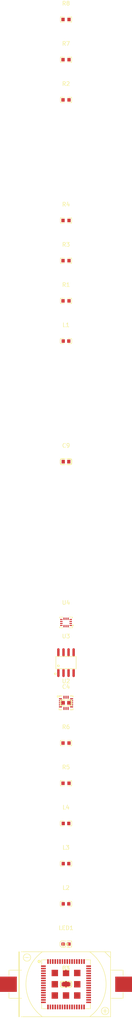
<source format=kicad_pcb>
(kicad_pcb (version 20241229) (generator "atopile") (generator_version "0.12.4")
  (layers (0 "F.Cu" signal) (31 "B.Cu" signal) (34 "B.Paste" user) (35 "F.Paste" user) (36 "B.SilkS" user "B.Silkscreen") (37 "F.SilkS" user "F.Silkscreen") (38 "B.Mask" user) (39 "F.Mask" user) (44 "Edge.Cuts" user))
  (net 0 "")
  (net 1 "PC4")
  (net 2 "PB9")
  (net 4 "PA5")
  (net 8 "PA3_UART2_RX")
  (net 9 "PB8")
  (net 10 "PA14")
  (net 11 "PC13")
  (net 15 "PA2_UART2_TX")
  (net 17 "VLXSMPS")
  (net 18 "PC6")
  (net 20 "PC3")
  (net 21 "PA4")
  (net 22 "PA13")
  (net 24 "VDDMPS")
  (net 28 "VREFpos")
  (net 29 "PC0")
  (net 34 "VFBSMPS")
  (net 37 "PC5")
  (net 38 "PC1")
  (net 40 "PB15")
  (net 5 "PA12")
  (net 41 "PA9")
  (net 42 "PA6")
  (net 43 "blah-net-3")
  (net 44 "PB13")
  (net 45 "BOOT0")
  (net 46 "PA10")
  (net 50 "PB1")
  (net 51 "PA8")
  (net 52 "PA7")
  (net 53 "PB7_UART1_RX")
  (net 54 "PB10")
  (net 55 "PB14")
  (net 57 "NRST")
  (net 58 "PB12")
  (net 59 "PA11")
  (net 60 "PB11")
  (net 63 "RF_OUT")
  (net 64 "PC2")
  (net 65 "blah-net-2")
  (net 19 "blah-net-0")
  (net 30 "blah-net-1")
  (net 94 "blah-INT2-0")
  (net 95 "blah-net-4")
  (net 96 "blah-net-5")
  (net 97 "A")
  (net 98 "RES")
  (net 99 "ADC3")
  (net 100 "SCX")
  (net 101 "blah-CS-0")
  (net 102 "SDO_SUX")
  (net 103 "blah-SDO_SA0-1")
  (net 104 "gnd")
  (net 105 "ADC1")
  (net 106 "i2c_sda")
  (net 107 "INT1")
  (net 108 "SDX")
  (net 109 "CS_AUX")
  (net 110 "blah-INT2-1")
  (net 111 "ADC2")
  (net 112 "led_status")
  (net 113 "vcc")
  (net 114 "vbat")
  (net 115 "adc_ntc")
  (net 116 "blah-SDO_SA0-0")
  (net 117 "activation")
  (net 118 "i2c_scl")
  (net 119 "blah-CS-1")
  (net 3 "a0")
  (net 6 "a2")
  (net 7 "a1")
  (footprint "RAKwireless_RAK3172_SIP_8_SM_NI:LGA-73_L12.0-W12.0-P0.60-TL" (layer "F.Cu") (at 0 0 0)
    (property "Reference" "U1" (at 0 -9.65 0) (layer "F.SilkS") (hide no))
    (property "Value" "")
    (fp_line (start -6.08 -4.82) (end -6.08 -6.08) (stroke (width 0.15)) (layer "F.SilkS"))
    (fp_line (start -6.08 -6.08) (end -4.82 -6.08) (stroke (width 0.15)) (layer "F.SilkS"))
    (fp_line (start 6.08 -4.82) (end 6.08 -6.08) (stroke (width 0.15)) (layer "F.SilkS"))
    (fp_line (start 6.08 -6.08) (end 4.82 -6.08) (stroke (width 0.15)) (layer "F.SilkS"))
    (fp_line (start 6.08 4.82) (end 6.08 6.08) (stroke (width 0.15)) (layer "F.SilkS"))
    (fp_line (start 6.08 6.08) (end 4.82 6.08) (stroke (width 0.15)) (layer "F.SilkS"))
    (fp_line (start -6.08 4.82) (end -6.08 6.08) (stroke (width 0.15)) (layer "F.SilkS"))
    (fp_line (start -6.08 6.08) (end -4.82 6.08) (stroke (width 0.15)) (layer "F.SilkS"))
    (fp_circle (center -6.7 -5.67) (end -6.5 -5.67) (stroke (width 0.4)) (fill no) (layer "F.SilkS"))
    (fp_text user "${REFERENCE}" (at 0 -9.65 0) (layer "F.SilkS"))
    (pad "1" smd rect (at -5.65 -4.5 0) (size 1.17 0.37) (layers "F.Cu" "F.Paste" "F.Mask") (net 22 "PA13"))
    (pad "2" smd rect (at -5.65 -3.9 0) (size 1.17 0.37) (layers "F.Cu" "F.Paste" "F.Mask") (net 10 "PA14"))
    (pad "3" smd rect (at -5.65 -3.3 0) (size 1.17 0.37) (layers "F.Cu" "F.Paste" "F.Mask") (net 113 "vcc"))
    (pad "4" smd rect (at -5.65 -2.7 0) (size 1.17 0.37) (layers "F.Cu" "F.Paste" "F.Mask") (net 114 "vbat"))
    (pad "5" smd rect (at -5.65 -2.1 0) (size 1.17 0.37) (layers "F.Cu" "F.Paste" "F.Mask") (net 11 "PC13"))
    (pad "6" smd rect (at -5.65 -1.5 0) (size 1.17 0.37) (layers "F.Cu" "F.Paste" "F.Mask") (net 28 "VREFpos"))
    (pad "7" smd rect (at -5.65 -0.9 0) (size 1.17 0.37) (layers "F.Cu" "F.Paste" "F.Mask") (net 113 "vcc"))
    (pad "8" smd rect (at -5.65 -0.3 0) (size 1.17 0.37) (layers "F.Cu" "F.Paste" "F.Mask") (net 118 "i2c_scl"))
    (pad "9" smd rect (at -5.65 0.3 0) (size 1.17 0.37) (layers "F.Cu" "F.Paste" "F.Mask") (net 40 "PB15"))
    (pad "10" smd rect (at -5.65 0.9 0) (size 1.17 0.37) (layers "F.Cu" "F.Paste" "F.Mask") (net 34 "VFBSMPS"))
    (pad "11" smd rect (at -5.65 1.5 0) (size 1.17 0.37) (layers "F.Cu" "F.Paste" "F.Mask") (net 24 "VDDMPS"))
    (pad "12" smd rect (at -5.65 2.1 0) (size 1.17 0.37) (layers "F.Cu" "F.Paste" "F.Mask") (net 104 "gnd"))
    (pad "13" smd rect (at -5.65 2.7 0) (size 1.17 0.37) (layers "F.Cu" "F.Paste" "F.Mask") (net 17 "VLXSMPS"))
    (pad "14" smd rect (at -5.65 3.3 0) (size 1.17 0.37) (layers "F.Cu" "F.Paste" "F.Mask") (net 110 "blah-INT2-1"))
    (pad "15" smd rect (at -5.65 3.9 0) (size 1.17 0.37) (layers "F.Cu" "F.Paste" "F.Mask") (net 107 "INT1"))
    (pad "16" smd rect (at -5.65 4.5 0) (size 1.17 0.37) (layers "F.Cu" "F.Paste" "F.Mask") (net 112 "led_status"))
    (pad "17" smd rect (at -4.5 5.65 0) (size 0.37 1.17) (layers "F.Cu" "F.Paste" "F.Mask") (net 106 "i2c_sda"))
    (pad "18" smd rect (at -3.9 5.65 0) (size 0.37 1.17) (layers "F.Cu" "F.Paste" "F.Mask") (net 53 "PB7_UART1_RX"))
    (pad "19" smd rect (at -3.3 5.65 0) (size 0.37 1.17) (layers "F.Cu" "F.Paste" "F.Mask") (net 9 "PB8"))
    (pad "20" smd rect (at -2.7 5.65 0) (size 0.37 1.17) (layers "F.Cu" "F.Paste" "F.Mask") (net 2 "PB9"))
    (pad "21" smd rect (at -2.1 5.65 0) (size 0.37 1.17) (layers "F.Cu" "F.Paste" "F.Mask") (net 29 "PC0"))
    (pad "22" smd rect (at -1.5 5.65 0) (size 0.37 1.17) (layers "F.Cu" "F.Paste" "F.Mask") (net 38 "PC1"))
    (pad "23" smd rect (at -0.9 5.65 0) (size 0.37 1.17) (layers "F.Cu" "F.Paste" "F.Mask") (net 64 "PC2"))
    (pad "24" smd rect (at -0.3 5.65 0) (size 0.37 1.17) (layers "F.Cu" "F.Paste" "F.Mask") (net 20 "PC3"))
    (pad "25" smd rect (at 0.3 5.65 0) (size 0.37 1.17) (layers "F.Cu" "F.Paste" "F.Mask") (net 1 "PC4"))
    (pad "26" smd rect (at 0.9 5.65 0) (size 0.37 1.17) (layers "F.Cu" "F.Paste" "F.Mask") (net 37 "PC5"))
    (pad "27" smd rect (at 1.5 5.65 0) (size 0.37 1.17) (layers "F.Cu" "F.Paste" "F.Mask") (net 18 "PC6"))
    (pad "28" smd rect (at 2.1 5.65 0) (size 0.37 1.17) (layers "F.Cu" "F.Paste" "F.Mask") (net 104 "gnd"))
    (pad "29" smd rect (at 2.7 5.65 0) (size 0.37 1.17) (layers "F.Cu" "F.Paste" "F.Mask") (net 15 "PA2_UART2_TX"))
    (pad "30" smd rect (at 3.3 5.65 0) (size 0.37 1.17) (layers "F.Cu" "F.Paste" "F.Mask") (net 8 "PA3_UART2_RX"))
    (pad "31" smd rect (at 3.9 5.65 0) (size 0.37 1.17) (layers "F.Cu" "F.Paste" "F.Mask") (net 21 "PA4"))
    (pad "32" smd rect (at 4.5 5.65 0) (size 0.37 1.17) (layers "F.Cu" "F.Paste" "F.Mask") (net 4 "PA5"))
    (pad "33" smd rect (at 5.65 4.5 0) (size 1.17 0.37) (layers "F.Cu" "F.Paste" "F.Mask") (net 42 "PA6"))
    (pad "34" smd rect (at 5.65 3.9 0) (size 1.17 0.37) (layers "F.Cu" "F.Paste" "F.Mask") (net 52 "PA7"))
    (pad "35" smd rect (at 5.65 3.3 0) (size 1.17 0.37) (layers "F.Cu" "F.Paste" "F.Mask") (net 104 "gnd"))
    (pad "36" smd rect (at 5.65 2.7 0) (size 1.17 0.37) (layers "F.Cu" "F.Paste" "F.Mask") (net 104 "gnd"))
    (pad "37" smd rect (at 5.65 2.1 0) (size 1.17 0.37) (layers "F.Cu" "F.Paste" "F.Mask") (net 63 "RF_OUT"))
    (pad "38" smd rect (at 5.65 1.5 0) (size 1.17 0.37) (layers "F.Cu" "F.Paste" "F.Mask") (net 104 "gnd"))
    (pad "39" smd rect (at 5.65 0.9 0) (size 1.17 0.37) (layers "F.Cu" "F.Paste" "F.Mask") (net 104 "gnd"))
    (pad "40" smd rect (at 5.65 0.3 0) (size 1.17 0.37) (layers "F.Cu" "F.Paste" "F.Mask") (net 65 "blah-net-2"))
    (pad "41" smd rect (at 5.65 -0.3 0) (size 1.17 0.37) (layers "F.Cu" "F.Paste" "F.Mask") (net 43 "blah-net-3"))
    (pad "42" smd rect (at 5.65 -0.9 0) (size 1.17 0.37) (layers "F.Cu" "F.Paste" "F.Mask") (net 117 "activation"))
    (pad "43" smd rect (at 5.65 -1.5 0) (size 1.17 0.37) (layers "F.Cu" "F.Paste" "F.Mask") (net 45 "BOOT0"))
    (pad "44" smd rect (at 5.65 -2.1 0) (size 1.17 0.37) (layers "F.Cu" "F.Paste" "F.Mask") (net 57 "NRST"))
    (pad "45" smd rect (at 5.65 -2.7 0) (size 1.17 0.37) (layers "F.Cu" "F.Paste" "F.Mask") (net 115 "adc_ntc"))
    (pad "46" smd rect (at 5.65 -3.3 0) (size 1.17 0.37) (layers "F.Cu" "F.Paste" "F.Mask") (net 104 "gnd"))
    (pad "47" smd rect (at 5.65 -3.9 0) (size 1.17 0.37) (layers "F.Cu" "F.Paste" "F.Mask") (net 104 "gnd"))
    (pad "48" smd rect (at 5.65 -4.5 0) (size 1.17 0.37) (layers "F.Cu" "F.Paste" "F.Mask") (net 60 "PB11"))
    (pad "49" smd rect (at 4.5 -5.65 0) (size 0.37 1.17) (layers "F.Cu" "F.Paste" "F.Mask") (net 54 "PB10"))
    (pad "50" smd rect (at 3.9 -5.65 0) (size 0.37 1.17) (layers "F.Cu" "F.Paste" "F.Mask") (net 41 "PA9"))
    (pad "51" smd rect (at 3.3 -5.65 0) (size 0.37 1.17) (layers "F.Cu" "F.Paste" "F.Mask") (net 51 "PA8"))
    (pad "52" smd rect (at 2.7 -5.65 0) (size 0.37 1.17) (layers "F.Cu" "F.Paste" "F.Mask") (net 104 "gnd"))
    (pad "53" smd rect (at 2.1 -5.65 0) (size 0.37 1.17) (layers "F.Cu" "F.Paste" "F.Mask") (net 113 "vcc"))
    (pad "54" smd rect (at 1.5 -5.65 0) (size 0.37 1.17) (layers "F.Cu" "F.Paste" "F.Mask") (net 113 "vcc"))
    (pad "55" smd rect (at 0.9 -5.65 0) (size 0.37 1.17) (layers "F.Cu" "F.Paste" "F.Mask") (net 113 "vcc"))
    (pad "56" smd rect (at 0.3 -5.65 0) (size 0.37 1.17) (layers "F.Cu" "F.Paste" "F.Mask") (net 104 "gnd"))
    (pad "57" smd rect (at -0.3 -5.65 0) (size 0.37 1.17) (layers "F.Cu" "F.Paste" "F.Mask") (net 50 "PB1"))
    (pad "58" smd rect (at -0.9 -5.65 0) (size 0.37 1.17) (layers "F.Cu" "F.Paste" "F.Mask") (net 94 "blah-INT2-0"))
    (pad "59" smd rect (at -1.5 -5.65 0) (size 0.37 1.17) (layers "F.Cu" "F.Paste" "F.Mask") (net 58 "PB12"))
    (pad "60" smd rect (at -2.1 -5.65 0) (size 0.37 1.17) (layers "F.Cu" "F.Paste" "F.Mask") (net 44 "PB13"))
    (pad "61" smd rect (at -2.7 -5.65 0) (size 0.37 1.17) (layers "F.Cu" "F.Paste" "F.Mask") (net 55 "PB14"))
    (pad "62" smd rect (at -3.3 -5.65 0) (size 0.37 1.17) (layers "F.Cu" "F.Paste" "F.Mask") (net 46 "PA10"))
    (pad "63" smd rect (at -3.9 -5.65 0) (size 0.37 1.17) (layers "F.Cu" "F.Paste" "F.Mask") (net 59 "PA11"))
    (pad "64" smd rect (at -4.5 -5.65 0) (size 0.37 1.17) (layers "F.Cu" "F.Paste" "F.Mask") (net 5 "PA12"))
    (pad "65" smd rect (at -2.8 -2.8 0) (size 1.6 1.6) (layers "F.Cu" "F.Paste" "F.Mask") (net 104 "gnd"))
    (pad "66" smd rect (at 0 -2.8 0) (size 1.6 1.6) (layers "F.Cu" "F.Paste" "F.Mask") (net 104 "gnd"))
    (pad "67" smd rect (at 2.8 -2.8 0) (size 1.6 1.6) (layers "F.Cu" "F.Paste" "F.Mask") (net 104 "gnd"))
    (pad "68" smd rect (at -2.8 0 0) (size 1.6 1.6) (layers "F.Cu" "F.Paste" "F.Mask") (net 104 "gnd"))
    (pad "69" smd rect (at 0 0 0) (size 1.6 1.6) (layers "F.Cu" "F.Paste" "F.Mask") (net 104 "gnd"))
    (pad "70" smd rect (at 2.8 0 0) (size 1.6 1.6) (layers "F.Cu" "F.Paste" "F.Mask") (net 104 "gnd"))
    (pad "71" smd rect (at -2.8 2.8 0) (size 1.6 1.6) (layers "F.Cu" "F.Paste" "F.Mask") (net 104 "gnd"))
    (pad "72" smd rect (at 0 2.8 0) (size 1.6 1.6) (layers "F.Cu" "F.Paste" "F.Mask") (net 104 "gnd"))
    (pad "73" smd rect (at 2.8 2.8 0) (size 1.6 1.6) (layers "F.Cu" "F.Paste" "F.Mask") (net 104 "gnd"))
  )
  (footprint "YAGEO_CC0603KRX7R9BB104:C0603" (layer "F.Cu") (at 0 0 0)
    (property "Reference" "C3" (at 0 -4 0) (layer "F.SilkS") (hide no))
    (property "Value" "100nF ±10% 50V X7R")
    (fp_line (start -0.28 0.71) (end -1.08 0.71) (stroke (width 0.25)) (layer "F.SilkS"))
    (fp_line (start 0.28 0.71) (end 1.08 0.71) (stroke (width 0.25)) (layer "F.SilkS"))
    (fp_line (start -0.28 -0.71) (end -1.08 -0.71) (stroke (width 0.25)) (layer "F.SilkS"))
    (fp_line (start 0.28 -0.71) (end 1.08 -0.71) (stroke (width 0.25)) (layer "F.SilkS"))
    (fp_line (start -1.39 0.4) (end -1.39 -0.4) (stroke (width 0.25)) (layer "F.SilkS"))
    (fp_line (start 1.39 -0.4) (end 1.39 0.4) (stroke (width 0.25)) (layer "F.SilkS"))
    (fp_arc (start 1.39 -0.4) (mid 1.2992031021678296 -0.6192031021678296) (end 1.08 -0.7099999999999999) (stroke (width 0.25)) (layer "F.SilkS"))
    (fp_arc (start 1.08 0.71) (mid 1.2992031021678296 0.6192031021678297) (end 1.3900000000000001 0.4) (stroke (width 0.25)) (layer "F.SilkS"))
    (fp_arc (start -1.39 0.4) (mid -1.2992031021678296 0.6192031021678296) (end -1.08 0.7099999999999999) (stroke (width 0.25)) (layer "F.SilkS"))
    (fp_arc (start -1.08 -0.71) (mid -1.2992031021678296 -0.6192031021678297) (end -1.3900000000000001 -0.4) (stroke (width 0.25)) (layer "F.SilkS"))
    (fp_text user "${REFERENCE}" (at 0 -4 0) (layer "F.SilkS"))
    (pad "2" smd rect (at 0.7 0 0) (size 0.8 0.9) (layers "F.Cu" "F.Paste" "F.Mask") (net 104 "gnd"))
    (pad "1" smd rect (at -0.7 0 0) (size 0.8 0.9) (layers "F.Cu" "F.Paste" "F.Mask") (net 113 "vcc"))
  )
  (footprint "YAGEO_CC0603KRX7R9BB104:C0603" (layer "F.Cu") (at 0 -70 0)
    (property "Reference" "C4" (at 0 -4 0) (layer "F.SilkS") (hide no))
    (property "Value" "100nF ±10% 50V X7R")
    (fp_line (start -0.28 0.71) (end -1.08 0.71) (stroke (width 0.25)) (layer "F.SilkS"))
    (fp_line (start 0.28 0.71) (end 1.08 0.71) (stroke (width 0.25)) (layer "F.SilkS"))
    (fp_line (start -0.28 -0.71) (end -1.08 -0.71) (stroke (width 0.25)) (layer "F.SilkS"))
    (fp_line (start 0.28 -0.71) (end 1.08 -0.71) (stroke (width 0.25)) (layer "F.SilkS"))
    (fp_line (start -1.39 0.4) (end -1.39 -0.4) (stroke (width 0.25)) (layer "F.SilkS"))
    (fp_line (start 1.39 -0.4) (end 1.39 0.4) (stroke (width 0.25)) (layer "F.SilkS"))
    (fp_arc (start 1.39 -0.4) (mid 1.2992031021678296 -0.6192031021678296) (end 1.08 -0.7099999999999999) (stroke (width 0.25)) (layer "F.SilkS"))
    (fp_arc (start 1.08 0.71) (mid 1.2992031021678296 0.6192031021678297) (end 1.3900000000000001 0.4) (stroke (width 0.25)) (layer "F.SilkS"))
    (fp_arc (start -1.39 0.4) (mid -1.2992031021678296 0.6192031021678296) (end -1.08 0.7099999999999999) (stroke (width 0.25)) (layer "F.SilkS"))
    (fp_arc (start -1.08 -0.71) (mid -1.2992031021678296 -0.6192031021678297) (end -1.3900000000000001 -0.4) (stroke (width 0.25)) (layer "F.SilkS"))
    (fp_text user "${REFERENCE}" (at 0 -4 0) (layer "F.SilkS"))
    (pad "2" smd rect (at 0.7 0 0) (size 0.8 0.9) (layers "F.Cu" "F.Paste" "F.Mask") (net 104 "gnd"))
    (pad "1" smd rect (at -0.7 0 0) (size 0.8 0.9) (layers "F.Cu" "F.Paste" "F.Mask") (net 113 "vcc"))
  )
  (footprint "YAGEO_CC0603KRX7R9BB104:C0603" (layer "F.Cu") (at 0 -130 0)
    (property "Reference" "C9" (at 0 -4 0) (layer "F.SilkS") (hide no))
    (property "Value" "100nF ±10% 50V X7R")
    (fp_line (start -0.28 0.71) (end -1.08 0.71) (stroke (width 0.25)) (layer "F.SilkS"))
    (fp_line (start 0.28 0.71) (end 1.08 0.71) (stroke (width 0.25)) (layer "F.SilkS"))
    (fp_line (start -0.28 -0.71) (end -1.08 -0.71) (stroke (width 0.25)) (layer "F.SilkS"))
    (fp_line (start 0.28 -0.71) (end 1.08 -0.71) (stroke (width 0.25)) (layer "F.SilkS"))
    (fp_line (start -1.39 0.4) (end -1.39 -0.4) (stroke (width 0.25)) (layer "F.SilkS"))
    (fp_line (start 1.39 -0.4) (end 1.39 0.4) (stroke (width 0.25)) (layer "F.SilkS"))
    (fp_arc (start 1.39 -0.4) (mid 1.2992031021678296 -0.6192031021678296) (end 1.08 -0.7099999999999999) (stroke (width 0.25)) (layer "F.SilkS"))
    (fp_arc (start 1.08 0.71) (mid 1.2992031021678296 0.6192031021678297) (end 1.3900000000000001 0.4) (stroke (width 0.25)) (layer "F.SilkS"))
    (fp_arc (start -1.39 0.4) (mid -1.2992031021678296 0.6192031021678296) (end -1.08 0.7099999999999999) (stroke (width 0.25)) (layer "F.SilkS"))
    (fp_arc (start -1.08 -0.71) (mid -1.2992031021678296 -0.6192031021678297) (end -1.3900000000000001 -0.4) (stroke (width 0.25)) (layer "F.SilkS"))
    (fp_text user "${REFERENCE}" (at 0 -4 0) (layer "F.SilkS"))
    (pad "2" smd rect (at 0.7 0 0) (size 0.8 0.9) (layers "F.Cu" "F.Paste" "F.Mask") (net 104 "gnd"))
    (pad "1" smd rect (at -0.7 0 0) (size 0.8 0.9) (layers "F.Cu" "F.Paste" "F.Mask") (net 113 "vcc"))
  )
  (footprint "Murata_Electronics_LQM18FN100M00D:L0603" (layer "F.Cu") (at 0 -160 0)
    (property "Reference" "L1" (at 0 -4 0) (layer "F.SilkS") (hide no))
    (property "Value" "10µH ±20% 30MHz 50mA 1.17Ω")
    (fp_line (start -1.27 0.65) (end -1.43 0.5) (stroke (width 0.15)) (layer "F.SilkS"))
    (fp_line (start -1.43 0.5) (end -1.43 -0.51) (stroke (width 0.15)) (layer "F.SilkS"))
    (fp_line (start -1.43 -0.51) (end -1.27 -0.65) (stroke (width 0.15)) (layer "F.SilkS"))
    (fp_line (start 1.27 -0.65) (end 1.42 -0.5) (stroke (width 0.15)) (layer "F.SilkS"))
    (fp_line (start 1.42 -0.5) (end 1.42 0.52) (stroke (width 0.15)) (layer "F.SilkS"))
    (fp_line (start 1.42 0.52) (end 1.27 0.65) (stroke (width 0.15)) (layer "F.SilkS"))
    (fp_line (start -1.28 -0.65) (end -0.51 -0.65) (stroke (width 0.15)) (layer "F.SilkS"))
    (fp_line (start 1.27 0.65) (end 0.51 0.65) (stroke (width 0.15)) (layer "F.SilkS"))
    (fp_line (start -1.28 0.65) (end -0.51 0.65) (stroke (width 0.15)) (layer "F.SilkS"))
    (fp_line (start 1.27 -0.65) (end 0.51 -0.65) (stroke (width 0.15)) (layer "F.SilkS"))
    (fp_text user "${REFERENCE}" (at 0 -4 0) (layer "F.SilkS"))
    (pad "1" smd rect (at -0.7 0 180) (size 0.8 0.86) (layers "F.Cu" "F.Paste" "F.Mask") (net 113 "vcc"))
    (pad "2" smd rect (at 0.7 0 180) (size 0.8 0.86) (layers "F.Cu" "F.Paste" "F.Mask") (net 113 "vcc"))
  )
  (footprint "UNI_ROYAL_0603WAF1002T5E:R0603" (layer "F.Cu") (at 0 -170 0)
    (property "Reference" "R1" (at 0 -4 0) (layer "F.SilkS") (hide no))
    (property "Value" "10kΩ ±1% 100mW")
    (fp_line (start 0.43 0.66) (end 1.39 0.66) (stroke (width 0.15)) (layer "F.SilkS"))
    (fp_line (start 1.39 0.66) (end 1.39 -0.66) (stroke (width 0.15)) (layer "F.SilkS"))
    (fp_line (start 1.39 -0.66) (end 0.43 -0.66) (stroke (width 0.15)) (layer "F.SilkS"))
    (fp_line (start -0.43 0.66) (end -1.39 0.66) (stroke (width 0.15)) (layer "F.SilkS"))
    (fp_line (start -1.39 0.66) (end -1.39 -0.66) (stroke (width 0.15)) (layer "F.SilkS"))
    (fp_line (start -1.39 -0.66) (end -0.43 -0.66) (stroke (width 0.15)) (layer "F.SilkS"))
    (fp_text user "${REFERENCE}" (at 0 -4 0) (layer "F.SilkS"))
    (pad "2" smd rect (at 0.75 0 0) (size 0.81 0.86) (layers "F.Cu" "F.Paste" "F.Mask") (net 104 "gnd"))
    (pad "1" smd rect (at -0.75 0 0) (size 0.81 0.86) (layers "F.Cu" "F.Paste" "F.Mask") (net 113 "vcc"))
  )
  (footprint "UNI_ROYAL_0603WAF1002T5E:R0603" (layer "F.Cu") (at 0 -180 0)
    (property "Reference" "R3" (at 0 -4 0) (layer "F.SilkS") (hide no))
    (property "Value" "10kΩ ±1% 100mW")
    (fp_line (start 0.43 0.66) (end 1.39 0.66) (stroke (width 0.15)) (layer "F.SilkS"))
    (fp_line (start 1.39 0.66) (end 1.39 -0.66) (stroke (width 0.15)) (layer "F.SilkS"))
    (fp_line (start 1.39 -0.66) (end 0.43 -0.66) (stroke (width 0.15)) (layer "F.SilkS"))
    (fp_line (start -0.43 0.66) (end -1.39 0.66) (stroke (width 0.15)) (layer "F.SilkS"))
    (fp_line (start -1.39 0.66) (end -1.39 -0.66) (stroke (width 0.15)) (layer "F.SilkS"))
    (fp_line (start -1.39 -0.66) (end -0.43 -0.66) (stroke (width 0.15)) (layer "F.SilkS"))
    (fp_text user "${REFERENCE}" (at 0 -4 0) (layer "F.SilkS"))
    (pad "2" smd rect (at 0.75 0 0) (size 0.81 0.86) (layers "F.Cu" "F.Paste" "F.Mask") (net 104 "gnd"))
    (pad "1" smd rect (at -0.75 0 0) (size 0.81 0.86) (layers "F.Cu" "F.Paste" "F.Mask") (net 115 "adc_ntc"))
  )
  (footprint "UNI_ROYAL_0603WAF1002T5E:R0603" (layer "F.Cu") (at 0 -190 0)
    (property "Reference" "R4" (at 0 -4 0) (layer "F.SilkS") (hide no))
    (property "Value" "10kΩ ±1% 100mW")
    (fp_line (start 0.43 0.66) (end 1.39 0.66) (stroke (width 0.15)) (layer "F.SilkS"))
    (fp_line (start 1.39 0.66) (end 1.39 -0.66) (stroke (width 0.15)) (layer "F.SilkS"))
    (fp_line (start 1.39 -0.66) (end 0.43 -0.66) (stroke (width 0.15)) (layer "F.SilkS"))
    (fp_line (start -0.43 0.66) (end -1.39 0.66) (stroke (width 0.15)) (layer "F.SilkS"))
    (fp_line (start -1.39 0.66) (end -1.39 -0.66) (stroke (width 0.15)) (layer "F.SilkS"))
    (fp_line (start -1.39 -0.66) (end -0.43 -0.66) (stroke (width 0.15)) (layer "F.SilkS"))
    (fp_text user "${REFERENCE}" (at 0 -4 0) (layer "F.SilkS"))
    (pad "2" smd rect (at 0.75 0 0) (size 0.81 0.86) (layers "F.Cu" "F.Paste" "F.Mask") (net 115 "adc_ntc"))
    (pad "1" smd rect (at -0.75 0 0) (size 0.81 0.86) (layers "F.Cu" "F.Paste" "F.Mask") (net 113 "vcc"))
  )
  (footprint "UNI_ROYAL_0603WAF1002T5E:R0603" (layer "F.Cu") (at 0 -220 0)
    (property "Reference" "R2" (at 0 -4 0) (layer "F.SilkS") (hide no))
    (property "Value" "10kΩ ±1% 100mW")
    (fp_line (start 0.43 0.66) (end 1.39 0.66) (stroke (width 0.15)) (layer "F.SilkS"))
    (fp_line (start 1.39 0.66) (end 1.39 -0.66) (stroke (width 0.15)) (layer "F.SilkS"))
    (fp_line (start 1.39 -0.66) (end 0.43 -0.66) (stroke (width 0.15)) (layer "F.SilkS"))
    (fp_line (start -0.43 0.66) (end -1.39 0.66) (stroke (width 0.15)) (layer "F.SilkS"))
    (fp_line (start -1.39 0.66) (end -1.39 -0.66) (stroke (width 0.15)) (layer "F.SilkS"))
    (fp_line (start -1.39 -0.66) (end -0.43 -0.66) (stroke (width 0.15)) (layer "F.SilkS"))
    (fp_text user "${REFERENCE}" (at 0 -4 0) (layer "F.SilkS"))
    (pad "2" smd rect (at 0.75 0 0) (size 0.81 0.86) (layers "F.Cu" "F.Paste" "F.Mask") (net 30 "blah-net-1"))
    (pad "1" smd rect (at -0.75 0 0) (size 0.81 0.86) (layers "F.Cu" "F.Paste" "F.Mask") (net 19 "blah-net-0"))
  )
  (footprint "UNI_ROYAL_0603WAF1002T5E:R0603" (layer "F.Cu") (at 0 -230 0)
    (property "Reference" "R7" (at 0 -4 0) (layer "F.SilkS") (hide no))
    (property "Value" "10kΩ ±1% 100mW")
    (fp_line (start 0.43 0.66) (end 1.39 0.66) (stroke (width 0.15)) (layer "F.SilkS"))
    (fp_line (start 1.39 0.66) (end 1.39 -0.66) (stroke (width 0.15)) (layer "F.SilkS"))
    (fp_line (start 1.39 -0.66) (end 0.43 -0.66) (stroke (width 0.15)) (layer "F.SilkS"))
    (fp_line (start -0.43 0.66) (end -1.39 0.66) (stroke (width 0.15)) (layer "F.SilkS"))
    (fp_line (start -1.39 0.66) (end -1.39 -0.66) (stroke (width 0.15)) (layer "F.SilkS"))
    (fp_line (start -1.39 -0.66) (end -0.43 -0.66) (stroke (width 0.15)) (layer "F.SilkS"))
    (fp_text user "${REFERENCE}" (at 0 -4 0) (layer "F.SilkS"))
    (pad "2" smd rect (at 0.75 0 0) (size 0.81 0.86) (layers "F.Cu" "F.Paste" "F.Mask") (net 106 "i2c_sda"))
    (pad "1" smd rect (at -0.75 0 0) (size 0.81 0.86) (layers "F.Cu" "F.Paste" "F.Mask") (net 113 "vcc"))
  )
  (footprint "UNI_ROYAL_0603WAF1002T5E:R0603" (layer "F.Cu") (at 0 -240 0)
    (property "Reference" "R8" (at 0 -4 0) (layer "F.SilkS") (hide no))
    (property "Value" "10kΩ ±1% 100mW")
    (fp_line (start 0.43 0.66) (end 1.39 0.66) (stroke (width 0.15)) (layer "F.SilkS"))
    (fp_line (start 1.39 0.66) (end 1.39 -0.66) (stroke (width 0.15)) (layer "F.SilkS"))
    (fp_line (start 1.39 -0.66) (end 0.43 -0.66) (stroke (width 0.15)) (layer "F.SilkS"))
    (fp_line (start -0.43 0.66) (end -1.39 0.66) (stroke (width 0.15)) (layer "F.SilkS"))
    (fp_line (start -1.39 0.66) (end -1.39 -0.66) (stroke (width 0.15)) (layer "F.SilkS"))
    (fp_line (start -1.39 -0.66) (end -0.43 -0.66) (stroke (width 0.15)) (layer "F.SilkS"))
    (fp_text user "${REFERENCE}" (at 0 -4 0) (layer "F.SilkS"))
    (pad "2" smd rect (at 0.75 0 0) (size 0.81 0.86) (layers "F.Cu" "F.Paste" "F.Mask") (net 118 "i2c_scl"))
    (pad "1" smd rect (at -0.75 0 0) (size 0.81 0.86) (layers "F.Cu" "F.Paste" "F.Mask") (net 113 "vcc"))
  )
  (footprint "Q_J_CR2032_BS_6_1:BAT-TH_CR2032-BS-6-1" (layer "F.Cu") (at 0 0 0)
    (property "Reference" "B1" (at 0 -4 0) (layer "F.SilkS") (hide no))
    (property "Value" "")
    (fp_line (start 11.13 8.08) (end 11.13 1.98) (stroke (width 0.15)) (layer "F.SilkS"))
    (fp_line (start -9.2 -6.65) (end -10.3 -6.65) (stroke (width 0.15)) (layer "F.SilkS"))
    (fp_line (start 9.2 6.65) (end 10.3 6.65) (stroke (width 0.15)) (layer "F.SilkS"))
    (fp_line (start 9.75 7.2) (end 9.75 6.1) (stroke (width 0.15)) (layer "F.SilkS"))
    (fp_line (start 11.13 -1.98) (end 11.13 2.06) (stroke (width 0.15)) (layer "F.SilkS"))
    (fp_line (start -11.8 -8.05) (end -11.8 8.05) (stroke (width 0.15)) (layer "F.SilkS"))
    (fp_line (start -11.8 -8.07) (end -11.65 -8.07) (stroke (width 0.15)) (layer "F.SilkS"))
    (fp_line (start -11.65 -8.07) (end -11.65 8.08) (stroke (width 0.15)) (layer "F.SilkS"))
    (fp_line (start -11.65 8.08) (end -11.8 8.08) (stroke (width 0.15)) (layer "F.SilkS"))
    (fp_line (start -14.25 3.5) (end -11.13 3.5) (stroke (width 0.15)) (layer "F.SilkS"))
    (fp_line (start -14.25 3.5) (end -14.25 2.08) (stroke (width 0.15)) (layer "F.SilkS"))
    (fp_line (start -14.25 -3.5) (end -14.25 -2.08) (stroke (width 0.15)) (layer "F.SilkS"))
    (fp_line (start -14.25 -3.5) (end -11.13 -3.5) (stroke (width 0.15)) (layer "F.SilkS"))
    (fp_line (start 14.25 3.5) (end 11.13 3.5) (stroke (width 0.15)) (layer "F.SilkS"))
    (fp_line (start 14.25 3.5) (end 14.25 2.08) (stroke (width 0.15)) (layer "F.SilkS"))
    (fp_line (start 14.25 -3.5) (end 14.25 -2.08) (stroke (width 0.15)) (layer "F.SilkS"))
    (fp_line (start 14.25 -3.5) (end 11.13 -3.5) (stroke (width 0.15)) (layer "F.SilkS"))
    (fp_line (start 9.64 -8.08) (end 9.66 -8.08) (stroke (width 0.15)) (layer "F.SilkS"))
    (fp_line (start 9.66 -8.08) (end 11.13 -6.61) (stroke (width 0.15)) (layer "F.SilkS"))
    (fp_line (start -11.13 -8.08) (end 11.13 -8.08) (stroke (width 0.15)) (layer "F.SilkS"))
    (fp_line (start 11.13 -8.08) (end 11.13 -1.98) (stroke (width 0.15)) (layer "F.SilkS"))
    (fp_line (start -11.13 8.08) (end 11.13 8.08) (stroke (width 0.15)) (layer "F.SilkS"))
    (fp_arc (start -5.91 8.07) (mid -10.006743821177578 -0.003601908927777231) (end -5.904183094256048 -8.074249541064866) (stroke (width 0.15)) (layer "F.SilkS"))
    (fp_arc (start 5.91 -8.07) (mid 10.006743821177578 0.003601908927777231) (end 5.904183094256048 8.074249541064866) (stroke (width 0.15)) (layer "F.SilkS"))
    (fp_circle (center 9.75 6.65) (end 10.67 6.65) (stroke (width 0.15)) (fill no) (layer "F.SilkS"))
    (fp_circle (center -9.75 -6.65) (end -8.83 -6.65) (stroke (width 0.15)) (fill no) (layer "F.SilkS"))
    (fp_text user "${REFERENCE}" (at 0 -4 0) (layer "F.SilkS"))
    (pad "1" smd rect (at 14.39 0 0) (size 4.2 3.8) (layers "F.Cu" "F.Paste" "F.Mask") (net 114 "vbat"))
    (pad "2" smd rect (at -14.39 0 0) (size 4.2 3.8) (layers "F.Cu" "F.Paste" "F.Mask") (net 104 "gnd"))
  )
  (footprint "Everlight_Elec_19_217_GHC_YR1S2_3T:LED0603-RD" (layer "F.Cu") (at 0 -10 0)
    (property "Reference" "LED1" (at 0 -4 0) (layer "F.SilkS") (hide no))
    (property "Value" "")
    (fp_line (start 0.22 0.33) (end 0.21 0.33) (stroke (width 0.15)) (layer "F.SilkS"))
    (fp_line (start 0.21 0.33) (end -0.12 0) (stroke (width 0.15)) (layer "F.SilkS"))
    (fp_line (start 0.22 -0.35) (end 0.22 -0.34) (stroke (width 0.15)) (layer "F.SilkS"))
    (fp_line (start 0.22 -0.34) (end -0.12 0) (stroke (width 0.15)) (layer "F.SilkS"))
    (fp_line (start 0.22 -0.35) (end 0.22 0.33) (stroke (width 0.15)) (layer "F.SilkS"))
    (fp_line (start 0.24 -0.75) (end 1.39 -0.75) (stroke (width 0.15)) (layer "F.SilkS"))
    (fp_line (start 0.24 0.75) (end 1.39 0.75) (stroke (width 0.15)) (layer "F.SilkS"))
    (fp_line (start 1.39 -0.75) (end 1.39 0.73) (stroke (width 0.15)) (layer "F.SilkS"))
    (fp_line (start -0.14 0.75) (end -1.19 0.75) (stroke (width 0.15)) (layer "F.SilkS"))
    (fp_line (start -1.49 0.35) (end -1.49 0.45) (stroke (width 0.15)) (layer "F.SilkS"))
    (fp_line (start -1.49 0.45) (end -1.19 0.75) (stroke (width 0.15)) (layer "F.SilkS"))
    (fp_line (start -1.49 -0.35) (end -1.49 0.35) (stroke (width 0.15)) (layer "F.SilkS"))
    (fp_line (start -1.49 -0.35) (end -1.49 -0.45) (stroke (width 0.15)) (layer "F.SilkS"))
    (fp_line (start -1.49 -0.45) (end -1.19 -0.75) (stroke (width 0.15)) (layer "F.SilkS"))
    (fp_line (start -0.14 -0.75) (end -1.19 -0.75) (stroke (width 0.15)) (layer "F.SilkS"))
    (fp_line (start 0.22 0) (end -0.12 0) (stroke (width 0.15)) (layer "F.SilkS"))
    (fp_text user "${REFERENCE}" (at 0 -4 0) (layer "F.SilkS"))
    (pad "2" smd rect (at 0.75 0 90) (size 0.8 0.8) (layers "F.Cu" "F.Paste" "F.Mask") (net 97 "A"))
    (pad "1" smd rect (at -0.75 0 90) (size 0.8 0.8) (layers "F.Cu" "F.Paste" "F.Mask") (net 104 "gnd"))
  )
  (footprint "Murata_Electronics_LQM18FN100M00D:L0603" (layer "F.Cu") (at 0 -20 0)
    (property "Reference" "L2" (at 0 -4 0) (layer "F.SilkS") (hide no))
    (property "Value" "10µH ±20% 30MHz 50mA 1.17Ω")
    (fp_line (start -1.27 0.65) (end -1.43 0.5) (stroke (width 0.15)) (layer "F.SilkS"))
    (fp_line (start -1.43 0.5) (end -1.43 -0.51) (stroke (width 0.15)) (layer "F.SilkS"))
    (fp_line (start -1.43 -0.51) (end -1.27 -0.65) (stroke (width 0.15)) (layer "F.SilkS"))
    (fp_line (start 1.27 -0.65) (end 1.42 -0.5) (stroke (width 0.15)) (layer "F.SilkS"))
    (fp_line (start 1.42 -0.5) (end 1.42 0.52) (stroke (width 0.15)) (layer "F.SilkS"))
    (fp_line (start 1.42 0.52) (end 1.27 0.65) (stroke (width 0.15)) (layer "F.SilkS"))
    (fp_line (start -1.28 -0.65) (end -0.51 -0.65) (stroke (width 0.15)) (layer "F.SilkS"))
    (fp_line (start 1.27 0.65) (end 0.51 0.65) (stroke (width 0.15)) (layer "F.SilkS"))
    (fp_line (start -1.28 0.65) (end -0.51 0.65) (stroke (width 0.15)) (layer "F.SilkS"))
    (fp_line (start 1.27 -0.65) (end 0.51 -0.65) (stroke (width 0.15)) (layer "F.SilkS"))
    (fp_text user "${REFERENCE}" (at 0 -4 0) (layer "F.SilkS"))
    (pad "1" smd rect (at -0.7 0 180) (size 0.8 0.86) (layers "F.Cu" "F.Paste" "F.Mask") (net 114 "vbat"))
    (pad "2" smd rect (at 0.7 0 180) (size 0.8 0.86) (layers "F.Cu" "F.Paste" "F.Mask") (net 113 "vcc"))
  )
  (footprint "Murata_Electronics_LQM18FN100M00D:L0603" (layer "F.Cu") (at 0 -30 0)
    (property "Reference" "L3" (at 0 -4 0) (layer "F.SilkS") (hide no))
    (property "Value" "10µH ±20% 30MHz 50mA 1.17Ω")
    (fp_line (start -1.27 0.65) (end -1.43 0.5) (stroke (width 0.15)) (layer "F.SilkS"))
    (fp_line (start -1.43 0.5) (end -1.43 -0.51) (stroke (width 0.15)) (layer "F.SilkS"))
    (fp_line (start -1.43 -0.51) (end -1.27 -0.65) (stroke (width 0.15)) (layer "F.SilkS"))
    (fp_line (start 1.27 -0.65) (end 1.42 -0.5) (stroke (width 0.15)) (layer "F.SilkS"))
    (fp_line (start 1.42 -0.5) (end 1.42 0.52) (stroke (width 0.15)) (layer "F.SilkS"))
    (fp_line (start 1.42 0.52) (end 1.27 0.65) (stroke (width 0.15)) (layer "F.SilkS"))
    (fp_line (start -1.28 -0.65) (end -0.51 -0.65) (stroke (width 0.15)) (layer "F.SilkS"))
    (fp_line (start 1.27 0.65) (end 0.51 0.65) (stroke (width 0.15)) (layer "F.SilkS"))
    (fp_line (start -1.28 0.65) (end -0.51 0.65) (stroke (width 0.15)) (layer "F.SilkS"))
    (fp_line (start 1.27 -0.65) (end 0.51 -0.65) (stroke (width 0.15)) (layer "F.SilkS"))
    (fp_text user "${REFERENCE}" (at 0 -4 0) (layer "F.SilkS"))
    (pad "1" smd rect (at -0.7 0 180) (size 0.8 0.86) (layers "F.Cu" "F.Paste" "F.Mask") (net 113 "vcc"))
    (pad "2" smd rect (at 0.7 0 180) (size 0.8 0.86) (layers "F.Cu" "F.Paste" "F.Mask") (net 113 "vcc"))
  )
  (footprint "Murata_Electronics_LQM18FN100M00D:L0603" (layer "F.Cu") (at 0 -40 0)
    (property "Reference" "L4" (at 0 -4 0) (layer "F.SilkS") (hide no))
    (property "Value" "10µH ±20% 30MHz 50mA 1.17Ω")
    (fp_line (start -1.27 0.65) (end -1.43 0.5) (stroke (width 0.15)) (layer "F.SilkS"))
    (fp_line (start -1.43 0.5) (end -1.43 -0.51) (stroke (width 0.15)) (layer "F.SilkS"))
    (fp_line (start -1.43 -0.51) (end -1.27 -0.65) (stroke (width 0.15)) (layer "F.SilkS"))
    (fp_line (start 1.27 -0.65) (end 1.42 -0.5) (stroke (width 0.15)) (layer "F.SilkS"))
    (fp_line (start 1.42 -0.5) (end 1.42 0.52) (stroke (width 0.15)) (layer "F.SilkS"))
    (fp_line (start 1.42 0.52) (end 1.27 0.65) (stroke (width 0.15)) (layer "F.SilkS"))
    (fp_line (start -1.28 -0.65) (end -0.51 -0.65) (stroke (width 0.15)) (layer "F.SilkS"))
    (fp_line (start 1.27 0.65) (end 0.51 0.65) (stroke (width 0.15)) (layer "F.SilkS"))
    (fp_line (start -1.28 0.65) (end -0.51 0.65) (stroke (width 0.15)) (layer "F.SilkS"))
    (fp_line (start 1.27 -0.65) (end 0.51 -0.65) (stroke (width 0.15)) (layer "F.SilkS"))
    (fp_text user "${REFERENCE}" (at 0 -4 0) (layer "F.SilkS"))
    (pad "1" smd rect (at -0.7 0 180) (size 0.8 0.86) (layers "F.Cu" "F.Paste" "F.Mask") (net 113 "vcc"))
    (pad "2" smd rect (at 0.7 0 180) (size 0.8 0.86) (layers "F.Cu" "F.Paste" "F.Mask") (net 113 "vcc"))
  )
  (footprint "UNI_ROYAL_0603WAF1002T5E:R0603" (layer "F.Cu") (at 0 -50 0)
    (property "Reference" "R5" (at 0 -4 0) (layer "F.SilkS") (hide no))
    (property "Value" "10kΩ ±1% 100mW")
    (fp_line (start 0.43 0.66) (end 1.39 0.66) (stroke (width 0.15)) (layer "F.SilkS"))
    (fp_line (start 1.39 0.66) (end 1.39 -0.66) (stroke (width 0.15)) (layer "F.SilkS"))
    (fp_line (start 1.39 -0.66) (end 0.43 -0.66) (stroke (width 0.15)) (layer "F.SilkS"))
    (fp_line (start -0.43 0.66) (end -1.39 0.66) (stroke (width 0.15)) (layer "F.SilkS"))
    (fp_line (start -1.39 0.66) (end -1.39 -0.66) (stroke (width 0.15)) (layer "F.SilkS"))
    (fp_line (start -1.39 -0.66) (end -0.43 -0.66) (stroke (width 0.15)) (layer "F.SilkS"))
    (fp_text user "${REFERENCE}" (at 0 -4 0) (layer "F.SilkS"))
    (pad "2" smd rect (at 0.75 0 0) (size 0.81 0.86) (layers "F.Cu" "F.Paste" "F.Mask") (net 117 "activation"))
    (pad "1" smd rect (at -0.75 0 0) (size 0.81 0.86) (layers "F.Cu" "F.Paste" "F.Mask") (net 113 "vcc"))
  )
  (footprint "UNI_ROYAL_0603WAF1002T5E:R0603" (layer "F.Cu") (at 0 -60 0)
    (property "Reference" "R6" (at 0 -4 0) (layer "F.SilkS") (hide no))
    (property "Value" "10kΩ ±1% 100mW")
    (fp_line (start 0.43 0.66) (end 1.39 0.66) (stroke (width 0.15)) (layer "F.SilkS"))
    (fp_line (start 1.39 0.66) (end 1.39 -0.66) (stroke (width 0.15)) (layer "F.SilkS"))
    (fp_line (start 1.39 -0.66) (end 0.43 -0.66) (stroke (width 0.15)) (layer "F.SilkS"))
    (fp_line (start -0.43 0.66) (end -1.39 0.66) (stroke (width 0.15)) (layer "F.SilkS"))
    (fp_line (start -1.39 0.66) (end -1.39 -0.66) (stroke (width 0.15)) (layer "F.SilkS"))
    (fp_line (start -1.39 -0.66) (end -0.43 -0.66) (stroke (width 0.15)) (layer "F.SilkS"))
    (fp_text user "${REFERENCE}" (at 0 -4 0) (layer "F.SilkS"))
    (pad "2" smd rect (at 0.75 0 0) (size 0.81 0.86) (layers "F.Cu" "F.Paste" "F.Mask") (net 97 "A"))
    (pad "1" smd rect (at -0.75 0 0) (size 0.81 0.86) (layers "F.Cu" "F.Paste" "F.Mask") (net 112 "led_status"))
  )
  (footprint "STMicroelectronics_LIS3DHTR:LGA-16_L3.0-W3.0-P0.50-TL" (layer "F.Cu") (at 0 -70 0)
    (property "Reference" "U2" (at 0 -5.4 0) (layer "F.SilkS") (hide no))
    (property "Value" "")
    (fp_line (start -1.72 -1.45) (end -1.72 -1.73) (stroke (width 0.2)) (layer "F.SilkS"))
    (fp_line (start -1.72 -1.73) (end -1.02 -1.73) (stroke (width 0.2)) (layer "F.SilkS"))
    (fp_line (start 1.03 -1.73) (end 1.73 -1.73) (stroke (width 0.2)) (layer "F.SilkS"))
    (fp_line (start 1.73 -1.73) (end 1.73 -1.45) (stroke (width 0.2)) (layer "F.SilkS"))
    (fp_line (start -1.72 1.45) (end -1.72 1.72) (stroke (width 0.2)) (layer "F.SilkS"))
    (fp_line (start -1.72 1.72) (end -1.02 1.72) (stroke (width 0.2)) (layer "F.SilkS"))
    (fp_line (start 1.03 1.72) (end 1.73 1.72) (stroke (width 0.2)) (layer "F.SilkS"))
    (fp_line (start 1.73 1.72) (end 1.73 1.45) (stroke (width 0.2)) (layer "F.SilkS"))
    (fp_arc (start -2.05 -1.58) (mid -2.05 -1.58) (end -2.05 -1.58) (stroke (width 0.25)) (layer "F.SilkS"))
    (fp_text user "${REFERENCE}" (at 0 -5.4 0) (layer "F.SilkS"))
    (pad "1" smd oval (at -1.4 -1 0) (size 0.8 0.28) (layers "F.Cu" "F.Paste" "F.Mask") (net 113 "vcc"))
    (pad "2" smd oval (at -1.4 -0.5 0) (size 0.8 0.28) (layers "F.Cu" "F.Paste" "F.Mask") (net 95 "blah-net-4"))
    (pad "3" smd oval (at -1.4 0 0) (size 0.8 0.28) (layers "F.Cu" "F.Paste" "F.Mask") (net 96 "blah-net-5"))
    (pad "4" smd oval (at -1.4 0.5 0) (size 0.8 0.28) (layers "F.Cu" "F.Paste" "F.Mask") (net 118 "i2c_scl"))
    (pad "5" smd oval (at -1.4 1 0) (size 0.8 0.28) (layers "F.Cu" "F.Paste" "F.Mask") (net 104 "gnd"))
    (pad "6" smd oval (at -0.5 1.4 0) (size 0.28 0.8) (layers "F.Cu" "F.Paste" "F.Mask") (net 106 "i2c_sda"))
    (pad "7" smd oval (at 0 1.4 0) (size 0.28 0.8) (layers "F.Cu" "F.Paste" "F.Mask") (net 116 "blah-SDO_SA0-0"))
    (pad "8" smd oval (at 0.5 1.4 0) (size 0.28 0.8) (layers "F.Cu" "F.Paste" "F.Mask") (net 101 "blah-CS-0"))
    (pad "9" smd oval (at 1.4 1 0) (size 0.8 0.28) (layers "F.Cu" "F.Paste" "F.Mask") (net 110 "blah-INT2-1"))
    (pad "10" smd oval (at 1.4 0.5 0) (size 0.8 0.28) (layers "F.Cu" "F.Paste" "F.Mask") (net 98 "RES"))
    (pad "11" smd oval (at 1.4 0 0) (size 0.8 0.28) (layers "F.Cu" "F.Paste" "F.Mask") (net 107 "INT1"))
    (pad "12" smd oval (at 1.4 -0.5 0) (size 0.8 0.28) (layers "F.Cu" "F.Paste" "F.Mask") (net 104 "gnd"))
    (pad "13" smd oval (at 1.4 -1 0) (size 0.8 0.28) (layers "F.Cu" "F.Paste" "F.Mask") (net 99 "ADC3"))
    (pad "14" smd oval (at 0.5 -1.4 0) (size 0.28 0.8) (layers "F.Cu" "F.Paste" "F.Mask") (net 113 "vcc"))
    (pad "15" smd oval (at 0 -1.4 0) (size 0.28 0.8) (layers "F.Cu" "F.Paste" "F.Mask") (net 111 "ADC2"))
    (pad "16" smd oval (at -0.5 -1.4 0) (size 0.28 0.8) (layers "F.Cu" "F.Paste" "F.Mask") (net 105 "ADC1"))
  )
  (footprint "Texas_Instruments_LM431ACMX:SOIC-8_L4.9-W3.9-P1.27-LS6.0-BL" (layer "F.Cu") (at 0 -80 0)
    (property "Reference" "U3" (at 0 -6.57 0) (layer "F.SilkS") (hide no))
    (property "Value" "")
    (fp_line (start -2.53 1.52) (end -2.53 -1.52) (stroke (width 0.15)) (layer "F.SilkS"))
    (fp_line (start -2.53 -1.52) (end 2.53 -1.52) (stroke (width 0.15)) (layer "F.SilkS"))
    (fp_line (start 2.53 -1.52) (end 2.53 1.52) (stroke (width 0.15)) (layer "F.SilkS"))
    (fp_line (start 2.53 1.52) (end -2.53 1.52) (stroke (width 0.15)) (layer "F.SilkS"))
    (fp_circle (center -1.91 0.77) (end -1.76 0.77) (stroke (width 0.3)) (fill no) (layer "F.SilkS"))
    (fp_circle (center -2.65 2.77) (end -2.5 2.77) (stroke (width 0.3)) (fill no) (layer "F.SilkS"))
    (fp_text user "${REFERENCE}" (at 0 -6.57 0) (layer "F.SilkS"))
    (pad "5" smd oval (at 1.9 -2.57 0) (size 0.59 2.05) (layers "F.Cu" "F.Paste" "F.Mask") (net 106 "i2c_sda"))
    (pad "6" smd oval (at 0.63 -2.57 0) (size 0.59 2.05) (layers "F.Cu" "F.Paste" "F.Mask") (net 118 "i2c_scl"))
    (pad "7" smd oval (at -0.63 -2.57 0) (size 0.59 2.05) (layers "F.Cu" "F.Paste" "F.Mask") (net 104 "gnd"))
    (pad "8" smd oval (at -1.91 -2.57 0) (size 0.59 2.05) (layers "F.Cu" "F.Paste" "F.Mask") (net 113 "vcc"))
    (pad "4" smd oval (at 1.9 2.57 0) (size 0.59 2.05) (layers "F.Cu" "F.Paste" "F.Mask") (net 104 "gnd"))
    (pad "3" smd oval (at 0.63 2.57 0) (size 0.59 2.05) (layers "F.Cu" "F.Paste" "F.Mask") (net 6 "a2"))
    (pad "2" smd oval (at -0.63 2.57 0) (size 0.59 2.05) (layers "F.Cu" "F.Paste" "F.Mask") (net 7 "a1"))
    (pad "1" smd oval (at -1.91 2.57 0) (size 0.59 2.05) (layers "F.Cu" "F.Paste" "F.Mask") (net 3 "a0"))
  )
  (footprint "QST_QMI8658C:LGA-14_L3.0-W2.5-P0.50-BR" (layer "F.Cu") (at 0 -90 0)
    (property "Reference" "U4" (at 0 -4.92 0) (layer "F.SilkS") (hide no))
    (property "Value" "")
    (fp_line (start -0.83 1.33) (end -1.57 1.33) (stroke (width 0.15)) (layer "F.SilkS"))
    (fp_line (start -1.57 1.33) (end -1.57 1.08) (stroke (width 0.15)) (layer "F.SilkS"))
    (fp_line (start -0.83 -1.33) (end -1.57 -1.33) (stroke (width 0.15)) (layer "F.SilkS"))
    (fp_line (start -1.57 -1.33) (end -1.57 -1.08) (stroke (width 0.15)) (layer "F.SilkS"))
    (fp_line (start 0.84 1.33) (end 1.58 1.33) (stroke (width 0.15)) (layer "F.SilkS"))
    (fp_line (start 1.58 1.33) (end 1.58 1.08) (stroke (width 0.15)) (layer "F.SilkS"))
    (fp_line (start 0.84 -1.33) (end 1.58 -1.33) (stroke (width 0.15)) (layer "F.SilkS"))
    (fp_line (start 1.58 -1.33) (end 1.58 -1.08) (stroke (width 0.15)) (layer "F.SilkS"))
    (fp_circle (center 1.73 0.74) (end 1.8 0.74) (stroke (width 0.15)) (fill no) (layer "F.SilkS"))
    (fp_text user "${REFERENCE}" (at 0 -4.92 0) (layer "F.SilkS"))
    (pad "1" smd rect (at 1.17 0.75 0) (size 0.6 0.27) (layers "F.Cu" "F.Paste" "F.Mask") (net 103 "blah-SDO_SA0-1"))
    (pad "2" smd rect (at 1.17 0.25 0) (size 0.6 0.27) (layers "F.Cu" "F.Paste" "F.Mask") (net 108 "SDX"))
    (pad "3" smd rect (at 1.17 -0.25 0) (size 0.6 0.27) (layers "F.Cu" "F.Paste" "F.Mask") (net 100 "SCX"))
    (pad "4" smd rect (at 1.17 -0.75 0) (size 0.6 0.27) (layers "F.Cu" "F.Paste" "F.Mask") (net 104 "gnd"))
    (pad "5" smd rect (at 0.5 -0.92 0) (size 0.27 0.6) (layers "F.Cu" "F.Paste" "F.Mask") (net 113 "vcc"))
    (pad "6" smd rect (at 0 -0.92 0) (size 0.27 0.6) (layers "F.Cu" "F.Paste" "F.Mask") (net 104 "gnd"))
    (pad "7" smd rect (at -0.5 -0.92 0) (size 0.27 0.6) (layers "F.Cu" "F.Paste" "F.Mask") (net 104 "gnd"))
    (pad "8" smd rect (at -1.17 -0.75 0) (size 0.6 0.27) (layers "F.Cu" "F.Paste" "F.Mask") (net 113 "vcc"))
    (pad "9" smd rect (at -1.17 -0.25 0) (size 0.6 0.27) (layers "F.Cu" "F.Paste" "F.Mask") (net 94 "blah-INT2-0"))
    (pad "10" smd rect (at -1.17 0.25 0) (size 0.6 0.27) (layers "F.Cu" "F.Paste" "F.Mask") (net 109 "CS_AUX"))
    (pad "11" smd rect (at -1.17 0.75 0) (size 0.6 0.27) (layers "F.Cu" "F.Paste" "F.Mask") (net 102 "SDO_SUX"))
    (pad "12" smd rect (at -0.5 0.92 0) (size 0.27 0.6) (layers "F.Cu" "F.Paste" "F.Mask") (net 119 "blah-CS-1"))
    (pad "13" smd rect (at 0 0.92 0) (size 0.27 0.6) (layers "F.Cu" "F.Paste" "F.Mask") (net 118 "i2c_scl"))
    (pad "14" smd rect (at 0.5 0.92 0) (size 0.27 0.6) (layers "F.Cu" "F.Paste" "F.Mask") (net 106 "i2c_sda"))
  )
)
</source>
